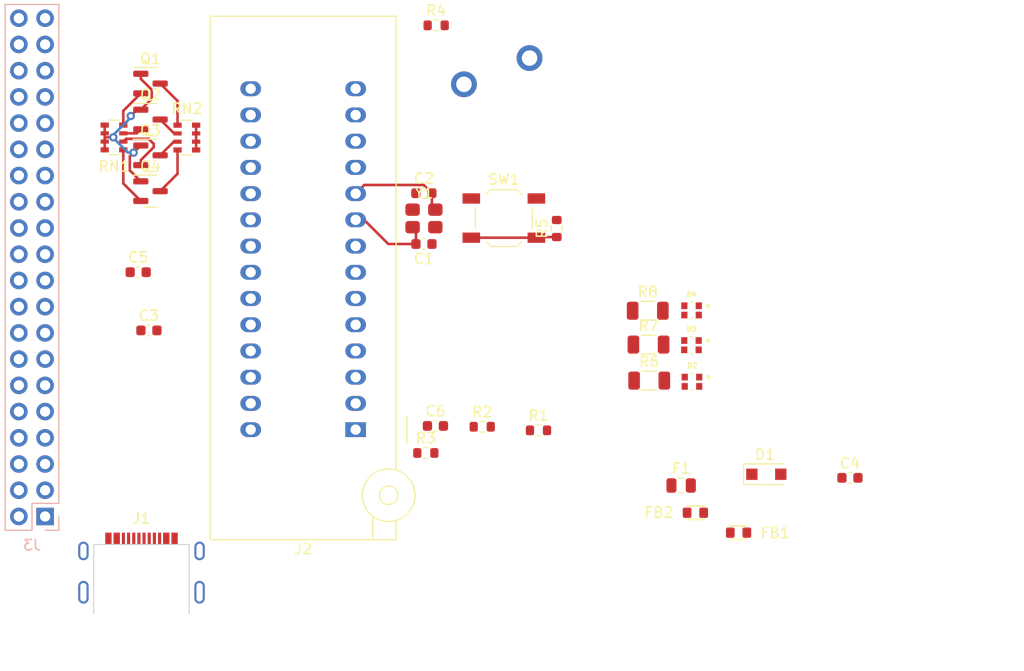
<source format=kicad_pcb>
(kicad_pcb (version 20211014) (generator pcbnew)
  (title_block (title "Flasherdasher ISP Programmer") (date "2021-12-26") (rev "1.0") (company "0xCB") (comment 1 "Conor Burns"))
  (layers (0 "F.Cu" signal) (31 "B.Cu" signal) (34 "B.Paste" user) (35 "F.Paste" user) (36 "B.SilkS" user "B.Silkscreen") (37 "F.SilkS" user "F.Silkscreen") (38 "B.Mask" user) (39 "F.Mask" user) (44 "Edge.Cuts" user))
  (net 0 "")
  (net 1 "GND")
  (net 2 "Net-(J2-Pad9)")
  (net 3 "Net-(C2-Pad2)")
  (net 4 "VCC")
  (net 5 "Net-(C4-Pad1)")
  (net 6 "FUSE-F")
  (net 7 "FUSE-P")
  (net 8 "FUSE-W")
  (net 9 "Net-(D2-Pad4)")
  (net 10 "FLSH-F")
  (net 11 "FLSH-P")
  (net 12 "FLSH-W")
  (net 13 "Net-(D3-Pad4)")
  (net 14 "SYS-F")
  (net 15 "SYS-P")
  (net 16 "SYS-W")
  (net 17 "Net-(D4-Pad4)")
  (net 18 "/VBUS")
  (net 19 "Net-(J1-PadS1)")
  (net 20 "Net-(J1-PadA5)")
  (net 24 "Net-(J1-PadB5)")
  (net 28 "RST")
  (net 43 "SCK")
  (net 45 "MISO")
  (net 47 "MOSI")
  (net 50 "+3V3")
  (net 51 "STDN")
  (net 53 "FLSH")
  (net 58 "MOSI-P")
  (net 59 "MISO-P")
  (net 60 "SCK-P")
  (net 67 "RST-P")
  (footprint "0xcb:molex2169900001" (layer "F.Cu") (at 96.54 177.77)
    (fp_text reference "J1" (at 0 -9.25) (layer "F.SilkS"))
    (fp_text value "USB_IN")
    (fp_line (start 4.615 -0.025) (end 4.615 -6.725) (layer "Edge.Cuts") (width 0.1))
    (fp_line (start -4.625 -0.025) (end -4.625 -6.725) (layer "Edge.Cuts") (width 0.1))
    (fp_line (start -4.625 -6.725) (end 4.615 -6.725) (layer "Edge.Cuts") (width 0.1))
    (pad "A1" smd rect (at -3.2 -7.3) (size 0.6 1.15) (layers "F.Cu" "F.Paste" "F.Mask") (net 1 "GND"))
    (pad "A4" smd rect (at -2.4 -7.3) (size 0.6 1.15) (layers "F.Cu" "F.Paste" "F.Mask") (net 18 "/VBUS"))
    (pad "A5" smd rect (at -1.25 -7.3) (size 0.3 1.15) (layers "F.Cu" "F.Paste" "F.Mask") (net 20 "Net-(J1-PadA5)"))
    (pad "A6" smd rect (at -0.25 -7.3) (size 0.3 1.15) (layers "F.Cu" "F.Paste" "F.Mask"))
    (pad "A7" smd rect (at 0.25 -7.3) (size 0.3 1.15) (layers "F.Cu" "F.Paste" "F.Mask"))
    (pad "A8" smd rect (at 1.25 -7.3) (size 0.3 1.15) (layers "F.Cu" "F.Paste" "F.Mask"))
    (pad "A9" smd rect (at 2.4 -7.3) (size 0.6 1.15) (layers "F.Cu" "F.Paste" "F.Mask") (net 18 "/VBUS"))
    (pad "A12" smd rect (at 3.2 -7.3) (size 0.6 1.15) (layers "F.Cu" "F.Paste" "F.Mask") (net 1 "GND"))
    (pad "B1" smd rect (at 3.2 -7.3) (size 0.6 1.15) (layers "F.Cu" "F.Paste" "F.Mask") (net 1 "GND"))
    (pad "B4" smd rect (at 2.4 -7.3) (size 0.6 1.15) (layers "F.Cu" "F.Paste" "F.Mask") (net 18 "/VBUS"))
    (pad "B5" smd rect (at 1.75 -7.3) (size 0.3 1.15) (layers "F.Cu" "F.Paste" "F.Mask") (net 24 "Net-(J1-PadB5)"))
    (pad "B6" smd rect (at 0.75 -7.3) (size 0.3 1.15) (layers "F.Cu" "F.Paste" "F.Mask"))
    (pad "B7" smd rect (at -0.75 -7.3) (size 0.3 1.15) (layers "F.Cu" "F.Paste" "F.Mask"))
    (pad "B8" smd rect (at -1.75 -7.3) (size 0.3 1.15) (layers "F.Cu" "F.Paste" "F.Mask"))
    (pad "B9" smd rect (at -2.4 -7.3) (size 0.6 1.15) (layers "F.Cu" "F.Paste" "F.Mask") (net 18 "/VBUS"))
    (pad "B12" smd rect (at -3.2 -7.3) (size 0.6 1.15) (layers "F.Cu" "F.Paste" "F.Mask") (net 1 "GND"))
    (pad "S1" thru_hole oval (at -5.62 -6.1) (size 1 1.8) (drill oval 0.6 1.4) (layers *.Cu *.Mask) (net 19 "Net-(J1-PadS1)"))
    (pad "S2" thru_hole oval (at 5.62 -6.1) (size 1 1.8) (drill oval 0.6 1.4) (layers *.Cu *.Mask))
    (pad "S3" thru_hole oval (at 5.62 -2.1) (size 1 2.2) (drill oval 0.6 1.8) (layers *.Cu *.Mask))
    (pad "S4" thru_hole oval (at -5.62 -2.1) (size 1 2.2) (drill oval 0.6 1.8) (layers *.Cu *.Mask))
  )
  (footprint "0xcb:Crystal_SMD_3225-4Pin_3.2x2.5mm" (layer "F.Cu") (at 123.88 139.46)
    (fp_text reference "Y1" (at 0 -2.45) (layer "F.SilkS"))
    (fp_text value "16MHz")
    (pad "1" smd roundrect (at -1.1 0.85) (size 1.4 1.2) (layers "F.Cu" "F.Paste" "F.Mask") (net 2 "Net-(J2-Pad9)"))
    (pad "2" smd roundrect (at 1.1 0.85) (size 1.4 1.2) (layers "F.Cu" "F.Paste" "F.Mask") (net 1 "GND"))
    (pad "3" smd roundrect (at 1.1 -0.85) (size 1.4 1.2) (layers "F.Cu" "F.Paste" "F.Mask") (net 3 "Net-(C2-Pad2)"))
    (pad "4" smd roundrect (at -1.1 -0.85) (size 1.4 1.2) (layers "F.Cu" "F.Paste" "F.Mask") (net 1 "GND"))
  )
  (footprint "Package_TO_SOT_SMD:SOT-23" (layer "F.Cu") (at 97.408928 129.88)
    (fp_text reference "Q2" (at 0 -2.4) (layer "F.SilkS"))
    (fp_text value "BSS138")
    (fp_line (start 0 -1.56) (end 0.65 -1.56) (layer "F.SilkS") (width 0.12))
    (fp_line (start 0 1.56) (end -0.65 1.56) (layer "F.SilkS") (width 0.12))
    (fp_line (start 0 -1.56) (end -1.675 -1.56) (layer "F.SilkS") (width 0.12))
    (fp_line (start 0 1.56) (end 0.65 1.56) (layer "F.SilkS") (width 0.12))
    (pad "1" smd roundrect locked (at -0.9375 -0.95) (size 1.475 0.6) (layers "F.Cu" "F.Paste" "F.Mask") (net 50 "+3V3"))
    (pad "2" smd roundrect locked (at -0.9375 0.95) (size 1.475 0.6) (layers "F.Cu" "F.Paste" "F.Mask") (net 60 "SCK-P"))
    (pad "3" smd roundrect locked (at 0.9375 0) (size 1.475 0.6) (layers "F.Cu" "F.Paste" "F.Mask") (net 43 "SCK"))
  )
  (footprint "Resistor_SMD:R_1206_3216Metric" (layer "F.Cu") (at 145.68 155.17)
    (fp_text reference "R6" (at 0 -1.82) (layer "F.SilkS"))
    (fp_text value "330")
    (fp_line (start -0.727064 0.91) (end 0.727064 0.91) (layer "F.SilkS") (width 0.12))
    (fp_line (start -0.727064 -0.91) (end 0.727064 -0.91) (layer "F.SilkS") (width 0.12))
    (pad "1" smd roundrect locked (at -1.4625 0) (size 1.125 1.75) (layers "F.Cu" "F.Paste" "F.Mask") (roundrect_rratio 0.222222) (net 9 "Net-(D2-Pad4)"))
    (pad "2" smd roundrect locked (at 1.4625 0) (size 1.125 1.75) (layers "F.Cu" "F.Paste" "F.Mask") (roundrect_rratio 0.222222) (net 50 "+3V3"))
  )
  (footprint "Resistor_SMD:R_1206_3216Metric" (layer "F.Cu") (at 145.54 148.4)
    (fp_text reference "R8" (at 0 -1.82) (layer "F.SilkS"))
    (fp_text value "330")
    (fp_line (start -0.727064 -0.91) (end 0.727064 -0.91) (layer "F.SilkS") (width 0.12))
    (fp_line (start -0.727064 0.91) (end 0.727064 0.91) (layer "F.SilkS") (width 0.12))
    (pad "1" smd roundrect locked (at -1.4625 0) (size 1.125 1.75) (layers "F.Cu" "F.Paste" "F.Mask") (roundrect_rratio 0.222222) (net 17 "Net-(D4-Pad4)"))
    (pad "2" smd roundrect locked (at 1.4625 0) (size 1.125 1.75) (layers "F.Cu" "F.Paste" "F.Mask") (roundrect_rratio 0.222222) (net 50 "+3V3"))
  )
  (footprint "Capacitor_SMD:C_0603_1608Metric" (layer "F.Cu") (at 97.26 150.31)
    (fp_text reference "C3" (at 0 -1.43) (layer "F.SilkS"))
    (fp_text value "100n")
    (fp_line (start -0.14058 -0.51) (end 0.14058 -0.51) (layer "F.SilkS") (width 0.12))
    (fp_line (start -0.14058 0.51) (end 0.14058 0.51) (layer "F.SilkS") (width 0.12))
    (pad "1" smd roundrect locked (at -0.775 0) (size 0.9 0.95) (layers "F.Cu" "F.Paste" "F.Mask") (net 1 "GND"))
    (pad "2" smd roundrect locked (at 0.775 0) (size 0.9 0.95) (layers "F.Cu" "F.Paste" "F.Mask") (net 4 "VCC"))
  )
  (footprint "0xcb:Fuse_0805_2012Metric" (layer "F.Cu") (at 148.77 165.33)
    (fp_text reference "F1" (at 0 -1.65) (layer "F.SilkS"))
    (fp_text value "3A")
    (fp_line (start -0.258578 -0.71) (end 0.258578 -0.71) (layer "F.SilkS") (width 0.12))
    (fp_line (start -0.258578 0.71) (end 0.258578 0.71) (layer "F.SilkS") (width 0.12))
    (pad "1" smd roundrect (at -0.9375 0) (size 0.975 1.4) (layers "F.Cu" "F.Paste" "F.Mask") (net 18 "/VBUS"))
    (pad "2" smd roundrect (at 0.9375 0) (size 0.975 1.4) (layers "F.Cu" "F.Paste" "F.Mask") (net 5 "Net-(C4-Pad1)"))
  )
  (footprint "Button_Switch_SMD:SW_SPST_TL3342" (layer "F.Cu") (at 131.61 139.43)
    (fp_text reference "SW1" (at 0 -3.75) (layer "F.SilkS"))
    (fp_text value "SW_Push")
    (fp_line (start -2.75 -1) (end -2.75 1) (layer "F.SilkS") (width 0.12))
    (fp_line (start -1.7 2.3) (end -1.25 2.75) (layer "F.SilkS") (width 0.12))
    (fp_line (start 1.7 2.3) (end 1.25 2.75) (layer "F.SilkS") (width 0.12))
    (fp_line (start 2.75 -1) (end 2.75 1) (layer "F.SilkS") (width 0.12))
    (fp_line (start -1.25 -2.75) (end 1.25 -2.75) (layer "F.SilkS") (width 0.12))
    (fp_line (start -1.25 2.75) (end 1.25 2.75) (layer "F.SilkS") (width 0.12))
    (fp_line (start 1.7 -2.3) (end 1.25 -2.75) (layer "F.SilkS") (width 0.12))
    (fp_line (start -1.7 -2.3) (end -1.25 -2.75) (layer "F.SilkS") (width 0.12))
    (pad "1" smd rect locked (at 3.15 -1.9) (size 1.7 1) (layers "F.Cu" "F.Paste" "F.Mask") (net 1 "GND"))
    (pad "1" smd rect locked (at -3.15 -1.9) (size 1.7 1) (layers "F.Cu" "F.Paste" "F.Mask") (net 1 "GND"))
    (pad "2" smd rect locked (at -3.15 1.9) (size 1.7 1) (layers "F.Cu" "F.Paste" "F.Mask") (net 51 "STDN"))
    (pad "2" smd rect locked (at 3.15 1.9) (size 1.7 1) (layers "F.Cu" "F.Paste" "F.Mask") (net 51 "STDN"))
  )
  (footprint "0xcb:Ferrite_Bead_0603" (layer "F.Cu") (at 150.15 167.97 180)
    (fp_text reference "FB2" (at 3.542 0.028) (layer "F.SilkS"))
    (fp_text value "600R" hide)
    (fp_line (start -0.9 0.65) (end 0.8 0.65) (layer "F.SilkS") (width 0.15))
    (fp_line (start -0.9 -0.65) (end 0.8 -0.65) (layer "F.SilkS") (width 0.15))
    (pad "1" smd roundrect (at -0.8 0 180) (size 0.85 1) (layers "F.Cu" "F.Paste" "F.Mask") (roundrect_rratio 0.2) (net 5 "Net-(C4-Pad1)"))
    (pad "2" smd roundrect (at 0.8 0 180) (size 0.85 1) (layers "F.Cu" "F.Paste" "F.Mask") (roundrect_rratio 0.2) (net 4 "VCC"))
  )
  (footprint "Package_TO_SOT_SMD:SOT-23" (layer "F.Cu") (at 97.408928 133.35)
    (fp_text reference "Q3" (at 0 -2.4) (layer "F.SilkS"))
    (fp_text value "BSS138")
    (fp_line (start 0 1.56) (end 0.65 1.56) (layer "F.SilkS") (width 0.12))
    (fp_line (start 0 -1.56) (end 0.65 -1.56) (layer "F.SilkS") (width 0.12))
    (fp_line (start 0 1.56) (end -0.65 1.56) (layer "F.SilkS") (width 0.12))
    (fp_line (start 0 -1.56) (end -1.675 -1.56) (layer "F.SilkS") (width 0.12))
    (pad "1" smd roundrect locked (at -0.9375 -0.95) (size 1.475 0.6) (layers "F.Cu" "F.Paste" "F.Mask") (net 50 "+3V3"))
    (pad "2" smd roundrect locked (at -0.9375 0.95) (size 1.475 0.6) (layers "F.Cu" "F.Paste" "F.Mask") (net 59 "MISO-P"))
    (pad "3" smd roundrect locked (at 0.9375 0) (size 1.475 0.6) (layers "F.Cu" "F.Paste" "F.Mask") (net 45 "MISO"))
  )
  (footprint "0xcb:LED_EAST1616RGBA3" (layer "F.Cu") (at 149.78 148.37)
    (fp_text reference "D4" (at 0.024 -1.5548) (layer "F.SilkS") (effects (font (size 0.48 0.48))))
    (fp_text value "LED_RGBA")
    (fp_line (start -0.08 -0.8) (end 0.08 -0.8) (layer "F.SilkS") (width 0.127))
    (fp_line (start 0.08 0.8) (end -0.08 0.8) (layer "F.SilkS") (width 0.127))
    (fp_circle (center 1.6 -0.45) (end 1.7 -0.45) (layer "F.SilkS") (width 0.2) (fill none))
    (pad "1" smd rect locked (at 0.7 -0.45) (size 0.6 0.65) (layers "F.Cu" "F.Paste" "F.Mask") (net 14 "SYS-F"))
    (pad "2" smd rect locked (at -0.7 -0.45) (size 0.6 0.65) (layers "F.Cu" "F.Paste" "F.Mask") (net 15 "SYS-P"))
    (pad "3" smd rect locked (at 0.7 0.45) (size 0.6 0.65) (layers "F.Cu" "F.Paste" "F.Mask") (net 16 "SYS-W"))
    (pad "4" smd rect locked (at -0.7 0.45) (size 0.6 0.65) (layers "F.Cu" "F.Paste" "F.Mask") (net 17 "Net-(D4-Pad4)"))
  )
  (footprint "Diode_SMD:D_SOD-123F" (layer "F.Cu") (at 157.0175 164.24)
    (fp_text reference "D1" (at -0.127 -1.905) (layer "F.SilkS"))
    (fp_text value "SMF5.0CA")
    (fp_line (start -2.2 -1) (end 1.65 -1) (layer "F.SilkS") (width 0.12))
    (fp_line (start -2.2 1) (end 1.65 1) (layer "F.SilkS") (width 0.12))
    (fp_line (start -2.2 -1) (end -2.2 1) (layer "F.SilkS") (width 0.12))
    (pad "1" smd rect locked (at -1.4 0) (size 1.1 1.1) (layers "F.Cu" "F.Paste" "F.Mask") (net 1 "GND"))
    (pad "2" smd rect locked (at 1.4 0) (size 1.1 1.1) (layers "F.Cu" "F.Paste" "F.Mask") (net 5 "Net-(C4-Pad1)"))
  )
  (footprint "0xcb:LED_EAST1616RGBA3" (layer "F.Cu") (at 149.82 155.28)
    (fp_text reference "D2" (at 0.024 -1.5548) (layer "F.SilkS") (effects (font (size 0.48 0.48))))
    (fp_text value "LED_RGBA")
    (fp_line (start -0.08 -0.8) (end 0.08 -0.8) (layer "F.SilkS") (width 0.127))
    (fp_line (start 0.08 0.8) (end -0.08 0.8) (layer "F.SilkS") (width 0.127))
    (fp_circle (center 1.6 -0.45) (end 1.7 -0.45) (layer "F.SilkS") (width 0.2) (fill none))
    (pad "1" smd rect locked (at 0.7 -0.45) (size 0.6 0.65) (layers "F.Cu" "F.Paste" "F.Mask") (net 6 "FUSE-F"))
    (pad "2" smd rect locked (at -0.7 -0.45) (size 0.6 0.65) (layers "F.Cu" "F.Paste" "F.Mask") (net 7 "FUSE-P"))
    (pad "3" smd rect locked (at 0.7 0.45) (size 0.6 0.65) (layers "F.Cu" "F.Paste" "F.Mask") (net 8 "FUSE-W"))
    (pad "4" smd rect locked (at -0.7 0.45) (size 0.6 0.65) (layers "F.Cu" "F.Paste" "F.Mask") (net 9 "Net-(D2-Pad4)"))
  )
  (footprint "Resistor_SMD:R_0603_1608Metric" (layer "F.Cu") (at 125.06 120.76)
    (fp_text reference "R4" (at 0 -1.43) (layer "F.SilkS"))
    (fp_text value "10k")
    (fp_line (start -0.237258 0.5225) (end 0.237258 0.5225) (layer "F.SilkS") (width 0.12))
    (fp_line (start -0.237258 -0.5225) (end 0.237258 -0.5225) (layer "F.SilkS") (width 0.12))
    (pad "1" smd roundrect locked (at -0.825 0) (size 0.8 0.95) (layers "F.Cu" "F.Paste" "F.Mask") (net 53 "FLSH"))
    (pad "2" smd roundrect locked (at 0.825 0) (size 0.8 0.95) (layers "F.Cu" "F.Paste" "F.Mask") (net 50 "+3V3"))
  )
  (footprint "0xcb:LED_EAST1616RGBA3" (layer "F.Cu") (at 149.77 151.74)
    (fp_text reference "D3" (at 0.024 -1.5548) (layer "F.SilkS") (effects (font (size 0.48 0.48))))
    (fp_text value "LED_RGBA")
    (fp_line (start 0.08 0.8) (end -0.08 0.8) (layer "F.SilkS") (width 0.127))
    (fp_line (start -0.08 -0.8) (end 0.08 -0.8) (layer "F.SilkS") (width 0.127))
    (fp_circle (center 1.6 -0.45) (end 1.7 -0.45) (layer "F.SilkS") (width 0.2) (fill none))
    (pad "1" smd rect locked (at 0.7 -0.45) (size 0.6 0.65) (layers "F.Cu" "F.Paste" "F.Mask") (net 10 "FLSH-F"))
    (pad "2" smd rect locked (at -0.7 -0.45) (size 0.6 0.65) (layers "F.Cu" "F.Paste" "F.Mask") (net 11 "FLSH-P"))
    (pad "3" smd rect locked (at 0.7 0.45) (size 0.6 0.65) (layers "F.Cu" "F.Paste" "F.Mask") (net 12 "FLSH-W"))
    (pad "4" smd rect locked (at -0.7 0.45) (size 0.6 0.65) (layers "F.Cu" "F.Paste" "F.Mask") (net 13 "Net-(D3-Pad4)"))
  )
  (footprint "Capacitor_SMD:C_0603_1608Metric" (layer "F.Cu") (at 165.11 164.59)
    (fp_text reference "C4" (at 0 -1.43) (layer "F.SilkS"))
    (fp_text value "10u")
    (fp_line (start -0.14058 -0.51) (end 0.14058 -0.51) (layer "F.SilkS") (width 0.12))
    (fp_line (start -0.14058 0.51) (end 0.14058 0.51) (layer "F.SilkS") (width 0.12))
    (pad "1" smd roundrect locked (at -0.775 0) (size 0.9 0.95) (layers "F.Cu" "F.Paste" "F.Mask") (net 5 "Net-(C4-Pad1)"))
    (pad "2" smd roundrect locked (at 0.775 0) (size 0.9 0.95) (layers "F.Cu" "F.Paste" "F.Mask") (net 1 "GND"))
  )
  (footprint "Resistor_SMD:R_0603_1608Metric" (layer "F.Cu") (at 129.52 159.64)
    (fp_text reference "R2" (at 0 -1.43) (layer "F.SilkS"))
    (fp_text value "5.1k")
    (fp_line (start -0.237258 0.5225) (end 0.237258 0.5225) (layer "F.SilkS") (width 0.12))
    (fp_line (start -0.237258 -0.5225) (end 0.237258 -0.5225) (layer "F.SilkS") (width 0.12))
    (pad "1" smd roundrect locked (at -0.825 0) (size 0.8 0.95) (layers "F.Cu" "F.Paste" "F.Mask") (net 1 "GND"))
    (pad "2" smd roundrect locked (at 0.825 0) (size 0.8 0.95) (layers "F.Cu" "F.Paste" "F.Mask") (net 24 "Net-(J1-PadB5)"))
  )
  (footprint "Capacitor_SMD:C_0603_1608Metric" (layer "F.Cu") (at 124.99 159.56)
    (fp_text reference "C6" (at 0 -1.43) (layer "F.SilkS"))
    (fp_text value "1u")
    (fp_line (start -0.14058 -0.51) (end 0.14058 -0.51) (layer "F.SilkS") (width 0.12))
    (fp_line (start -0.14058 0.51) (end 0.14058 0.51) (layer "F.SilkS") (width 0.12))
    (pad "1" smd roundrect locked (at -0.775 0) (size 0.9 0.95) (layers "F.Cu" "F.Paste" "F.Mask") (net 4 "VCC"))
    (pad "2" smd roundrect locked (at 0.775 0) (size 0.9 0.95) (layers "F.Cu" "F.Paste" "F.Mask") (net 1 "GND"))
  )
  (footprint "0xcb:SW_Cherry_MX_PCB_1.00u" (layer "F.Cu") (at 131.56 129.01)
    (fp_text reference "MX1")
    (fp_text value "MX")
    (pad "" np_thru_hole circle (at -5.08 0) (size 1.75 1.75) (drill 1.75) (layers *.Cu *.Mask))
    (pad "" np_thru_hole circle (at 5.08 0) (size 1.75 1.75) (drill 1.75) (layers *.Cu *.Mask))
    (pad "" np_thru_hole circle (at 0 0) (size 4 4) (drill 4) (layers *.Cu *.Mask))
    (pad "1" thru_hole circle (at -3.81 -2.54) (size 2.5 2.5) (drill 1.5) (layers *.Cu *.Mask) (net 53 "FLSH"))
    (pad "2" thru_hole circle (at 2.54 -5.08) (size 2.5 2.5) (drill 1.5) (layers *.Cu *.Mask) (net 1 "GND"))
  )
  (footprint "Capacitor_SMD:C_0603_1608Metric" (layer "F.Cu") (at 123.88 141.94 180)
    (fp_text reference "C1" (at 0 -1.43) (layer "F.SilkS"))
    (fp_text value "22p")
    (fp_line (start -0.14058 -0.51) (end 0.14058 -0.51) (layer "F.SilkS") (width 0.12))
    (fp_line (start -0.14058 0.51) (end 0.14058 0.51) (layer "F.SilkS") (width 0.12))
    (pad "1" smd roundrect locked (at -0.775 0 180) (size 0.9 0.95) (layers "F.Cu" "F.Paste" "F.Mask") (net 1 "GND"))
    (pad "2" smd roundrect locked (at 0.775 0 180) (size 0.9 0.95) (layers "F.Cu" "F.Paste" "F.Mask") (net 2 "Net-(J2-Pad9)"))
  )
  (footprint "Resistor_SMD:R_Array_Convex_4x0603" (layer "F.Cu") (at 100.928928 131.63)
    (fp_text reference "RN2" (at 0 -2.8) (layer "F.SilkS"))
    (fp_text value "10k")
    (fp_line (start 0.5 -1.68) (end -0.5 -1.68) (layer "F.SilkS") (width 0.12))
    (fp_line (start 0.5 1.68) (end -0.5 1.68) (layer "F.SilkS") (width 0.12))
    (pad "1" smd rect locked (at -0.9 -1.2) (size 0.8 0.5) (layers "F.Cu" "F.Paste" "F.Mask") (net 28 "RST"))
    (pad "2" smd rect locked (at -0.9 -0.4) (size 0.8 0.4) (layers "F.Cu" "F.Paste" "F.Mask") (net 43 "SCK"))
    (pad "3" smd rect locked (at -0.9 0.4) (size 0.8 0.4) (layers "F.Cu" "F.Paste" "F.Mask") (net 45 "MISO"))
    (pad "4" smd rect locked (at -0.9 1.2) (size 0.8 0.5) (layers "F.Cu" "F.Paste" "F.Mask") (net 47 "MOSI"))
    (pad "5" smd rect locked (at 0.9 1.2) (size 0.8 0.5) (layers "F.Cu" "F.Paste" "F.Mask") (net 4 "VCC"))
    (pad "6" smd rect locked (at 0.9 0.4) (size 0.8 0.4) (layers "F.Cu" "F.Paste" "F.Mask") (net 4 "VCC"))
    (pad "7" smd rect locked (at 0.9 -0.4) (size 0.8 0.4) (layers "F.Cu" "F.Paste" "F.Mask") (net 4 "VCC"))
    (pad "8" smd rect locked (at 0.9 -1.2) (size 0.8 0.5) (layers "F.Cu" "F.Paste" "F.Mask") (net 4 "VCC"))
  )
  (footprint "Capacitor_SMD:C_0603_1608Metric" (layer "F.Cu") (at 96.22 144.67)
    (fp_text reference "C5" (at 0 -1.43) (layer "F.SilkS"))
    (fp_text value "100n")
    (fp_line (start -0.14058 -0.51) (end 0.14058 -0.51) (layer "F.SilkS") (width 0.12))
    (fp_line (start -0.14058 0.51) (end 0.14058 0.51) (layer "F.SilkS") (width 0.12))
    (pad "1" smd roundrect locked (at -0.775 0) (size 0.9 0.95) (layers "F.Cu" "F.Paste" "F.Mask") (net 4 "VCC"))
    (pad "2" smd roundrect locked (at 0.775 0) (size 0.9 0.95) (layers "F.Cu" "F.Paste" "F.Mask") (net 1 "GND"))
  )
  (footprint "Resistor_SMD:R_Array_Convex_4x0603" (layer "F.Cu") (at 93.878928 131.62 180)
    (fp_text reference "RN1" (at 0 -2.8) (layer "F.SilkS"))
    (fp_text value "10k")
    (fp_line (start 0.5 -1.68) (end -0.5 -1.68) (layer "F.SilkS") (width 0.12))
    (fp_line (start 0.5 1.68) (end -0.5 1.68) (layer "F.SilkS") (width 0.12))
    (pad "1" smd rect locked (at -0.9 -1.2 180) (size 0.8 0.5) (layers "F.Cu" "F.Paste" "F.Mask") (net 58 "MOSI-P"))
    (pad "2" smd rect locked (at -0.9 -0.4 180) (size 0.8 0.4) (layers "F.Cu" "F.Paste" "F.Mask") (net 59 "MISO-P"))
    (pad "3" smd rect locked (at -0.9 0.4 180) (size 0.8 0.4) (layers "F.Cu" "F.Paste" "F.Mask") (net 60 "SCK-P"))
    (pad "4" smd rect locked (at -0.9 1.2 180) (size 0.8 0.5) (layers "F.Cu" "F.Paste" "F.Mask") (net 67 "RST-P"))
    (pad "5" smd rect locked (at 0.9 1.2 180) (size 0.8 0.5) (layers "F.Cu" "F.Paste" "F.Mask") (net 50 "+3V3"))
    (pad "6" smd rect locked (at 0.9 0.4 180) (size 0.8 0.4) (layers "F.Cu" "F.Paste" "F.Mask") (net 50 "+3V3"))
    (pad "7" smd rect locked (at 0.9 -0.4 180) (size 0.8 0.4) (layers "F.Cu" "F.Paste" "F.Mask") (net 50 "+3V3"))
    (pad "8" smd rect locked (at 0.9 -1.2 180) (size 0.8 0.5) (layers "F.Cu" "F.Paste" "F.Mask") (net 50 "+3V3"))
  )
  (footprint "Resistor_SMD:R_0603_1608Metric" (layer "F.Cu") (at 136.73 140.44 90)
    (fp_text reference "R5" (at 0 -1.43 90) (layer "F.SilkS"))
    (fp_text value "10k")
    (fp_line (start -0.237258 0.5225) (end 0.237258 0.5225) (layer "F.SilkS") (width 0.12))
    (fp_line (start -0.237258 -0.5225) (end 0.237258 -0.5225) (layer "F.SilkS") (width 0.12))
    (pad "1" smd roundrect locked (at -0.825 0 90) (size 0.8 0.95) (layers "F.Cu" "F.Paste" "F.Mask") (net 51 "STDN"))
    (pad "2" smd roundrect locked (at 0.825 0 90) (size 0.8 0.95) (layers "F.Cu" "F.Paste" "F.Mask") (net 50 "+3V3"))
  )
  (footprint "0xcb:Ferrite_Bead_0603" (layer "F.Cu") (at 154.33 169.9)
    (fp_text reference "FB1" (at 3.542 0.028) (layer "F.SilkS"))
    (fp_text value "600R" hide)
    (fp_line (start -0.9 0.65) (end 0.8 0.65) (layer "F.SilkS") (width 0.15))
    (fp_line (start -0.9 -0.65) (end 0.8 -0.65) (layer "F.SilkS") (width 0.15))
    (pad "1" smd roundrect (at -0.8 0) (size 0.85 1) (layers "F.Cu" "F.Paste" "F.Mask") (roundrect_rratio 0.2) (net 1 "GND"))
    (pad "2" smd roundrect (at 0.8 0) (size 0.85 1) (layers "F.Cu" "F.Paste" "F.Mask") (roundrect_rratio 0.2) (net 19 "Net-(J1-PadS1)"))
  )
  (footprint "Resistor_SMD:R_0603_1608Metric" (layer "F.Cu") (at 124.06 162.18)
    (fp_text reference "R3" (at 0 -1.43) (layer "F.SilkS"))
    (fp_text value "10k")
    (fp_line (start -0.237258 0.5225) (end 0.237258 0.5225) (layer "F.SilkS") (width 0.12))
    (fp_line (start -0.237258 -0.5225) (end 0.237258 -0.5225) (layer "F.SilkS") (width 0.12))
    (pad "1" smd roundrect locked (at -0.825 0) (size 0.8 0.95) (layers "F.Cu" "F.Paste" "F.Mask") (net 4 "VCC"))
    (pad "2" smd roundrect locked (at 0.825 0) (size 0.8 0.95) (layers "F.Cu" "F.Paste" "F.Mask") (net 28 "RST"))
  )
  (footprint "Resistor_SMD:R_1206_3216Metric" (layer "F.Cu") (at 145.6125 151.68)
    (fp_text reference "R7" (at 0 -1.82) (layer "F.SilkS"))
    (fp_text value "330")
    (fp_line (start -0.727064 -0.91) (end 0.727064 -0.91) (layer "F.SilkS") (width 0.12))
    (fp_line (start -0.727064 0.91) (end 0.727064 0.91) (layer "F.SilkS") (width 0.12))
    (pad "1" smd roundrect locked (at -1.4625 0) (size 1.125 1.75) (layers "F.Cu" "F.Paste" "F.Mask") (roundrect_rratio 0.222222) (net 13 "Net-(D3-Pad4)"))
    (pad "2" smd roundrect locked (at 1.4625 0) (size 1.125 1.75) (layers "F.Cu" "F.Paste" "F.Mask") (roundrect_rratio 0.222222) (net 50 "+3V3"))
  )
  (footprint "Socket:DIP_Socket-28_W6.9_W7.62_W10.16_W12.7_W13.5_3M_228-4817-00-0602J" (layer "F.Cu") (at 117.2675 159.92 180)
    (fp_text reference "J2" (at 5.08 -11.56) (layer "F.SilkS"))
    (fp_text value "Conn_02x14_Counter_Clockwise")
    (fp_line (start 14.08 40.04) (end 14.08 -10.66) (layer "F.SilkS") (width 0.12))
    (fp_line (start -4.95 1.27) (end -4.95 -1.27) (layer "F.SilkS") (width 0.12))
    (fp_line (start -1.65 -10.66) (end -1.65 -8.4) (layer "F.SilkS") (width 0.12))
    (fp_line (start -3.92 -10.66) (end -3.92 -8.8) (layer "F.SilkS") (width 0.12))
    (fp_line (start 14.08 -10.66) (end -3.92 -10.66) (layer "F.SilkS") (width 0.12))
    (fp_line (start -3.92 40.04) (end 14.08 40.04) (layer "F.SilkS") (width 0.12))
    (fp_line (start -3.92 -3.9) (end -3.92 40.04) (layer "F.SilkS") (width 0.12))
    (fp_circle (center -3.2 -6.35) (end -0.65 -6.35) (layer "F.SilkS") (width 0.12) (fill none))
    (fp_circle (center -3.2 -6.35) (end -2.3 -6.35) (layer "F.SilkS") (width 0.12) (fill none))
    (pad "1" thru_hole rect locked (at 0 0 180) (size 2 1.44) (drill 1) (layers *.Cu *.Mask) (net 28 "RST"))
    (pad "2" thru_hole oval locked (at 0 2.54 180) (size 2 1.44) (drill 1) (layers *.Cu *.Mask))
    (pad "3" thru_hole oval locked (at 0 5.08 180) (size 2 1.44) (drill 1) (layers *.Cu *.Mask))
    (pad "4" thru_hole oval locked (at 0 7.62 180) (size 2 1.44) (drill 1) (layers *.Cu *.Mask))
    (pad "5" thru_hole oval locked (at 0 10.16 180) (size 2 1.44) (drill 1) (layers *.Cu *.Mask))
    (pad "6" thru_hole oval locked (at 0 12.7 180) (size 2 1.44) (drill 1) (layers *.Cu *.Mask))
    (pad "7" thru_hole oval locked (at 0 15.24 180) (size 2 1.44) (drill 1) (layers *.Cu *.Mask) (net 4 "VCC"))
    (pad "8" thru_hole oval locked (at 0 17.78 180) (size 2 1.44) (drill 1) (layers *.Cu *.Mask) (net 1 "GND"))
    (pad "9" thru_hole oval locked (at 0 20.32 180) (size 2 1.44) (drill 1) (layers *.Cu *.Mask) (net 2 "Net-(J2-Pad9)"))
    (pad "10" thru_hole oval locked (at 0 22.86 180) (size 2 1.44) (drill 1) (layers *.Cu *.Mask) (net 3 "Net-(C2-Pad2)"))
    (pad "11" thru_hole oval locked (at 0 25.4 180) (size 2 1.44) (drill 1) (layers *.Cu *.Mask))
    (pad "12" thru_hole oval locked (at 0 27.94 180) (size 2 1.44) (drill 1) (layers *.Cu *.Mask))
    (pad "13" thru_hole oval locked (at 0 30.48 180) (size 2 1.44) (drill 1) (layers *.Cu *.Mask))
    (pad "14" thru_hole oval locked (at 0 33.02 180) (size 2 1.44) (drill 1) (layers *.Cu *.Mask))
    (pad "15" thru_hole oval locked (at 10.16 33.02 180) (size 2 1.44) (drill 1) (layers *.Cu *.Mask))
    (pad "16" thru_hole oval locked (at 10.16 30.48 180) (size 2 1.44) (drill 1) (layers *.Cu *.Mask) (net 47 "MOSI"))
    (pad "17" thru_hole oval locked (at 10.16 27.94 180) (size 2 1.44) (drill 1) (layers *.Cu *.Mask) (net 45 "MISO"))
    (pad "18" thru_hole oval locked (at 10.16 25.4 180) (size 2 1.44) (drill 1) (layers *.Cu *.Mask) (net 43 "SCK"))
    (pad "19" thru_hole oval locked (at 10.16 22.86 180) (size 2 1.44) (drill 1) (layers *.Cu *.Mask))
    (pad "20" thru_hole oval locked (at 10.16 20.32 180) (size 2 1.44) (drill 1) (layers *.Cu *.Mask) (net 4 "VCC"))
    (pad "21" thru_hole oval locked (at 10.16 17.78 180) (size 2 1.44) (drill 1) (layers *.Cu *.Mask))
    (pad "22" thru_hole oval locked (at 10.16 15.24 180) (size 2 1.44) (drill 1) (layers *.Cu *.Mask) (net 1 "GND"))
    (pad "23" thru_hole oval locked (at 10.16 12.7 180) (size 2 1.44) (drill 1) (layers *.Cu *.Mask))
    (pad "24" thru_hole oval locked (at 10.16 10.16 180) (size 2 1.44) (drill 1) (layers *.Cu *.Mask))
    (pad "25" thru_hole oval locked (at 10.16 7.62 180) (size 2 1.44) (drill 1) (layers *.Cu *.Mask))
    (pad "26" thru_hole oval locked (at 10.16 5.08 180) (size 2 1.44) (drill 1) (layers *.Cu *.Mask))
    (pad "27" thru_hole oval locked (at 10.16 2.54 180) (size 2 1.44) (drill 1) (layers *.Cu *.Mask))
    (pad "28" thru_hole oval locked (at 10.16 0 180) (size 2 1.44) (drill 1) (layers *.Cu *.Mask))
  )
  (footprint "Capacitor_SMD:C_0603_1608Metric" (layer "F.Cu") (at 123.87 137.02)
    (fp_text reference "C2" (at 0 -1.43) (layer "F.SilkS"))
    (fp_text value "22p")
    (fp_line (start -0.14058 0.51) (end 0.14058 0.51) (layer "F.SilkS") (width 0.12))
    (fp_line (start -0.14058 -0.51) (end 0.14058 -0.51) (layer "F.SilkS") (width 0.12))
    (pad "1" smd roundrect locked (at -0.775 0) (size 0.9 0.95) (layers "F.Cu" "F.Paste" "F.Mask") (net 1 "GND"))
    (pad "2" smd roundrect locked (at 0.775 0) (size 0.9 0.95) (layers "F.Cu" "F.Paste" "F.Mask") (net 3 "Net-(C2-Pad2)"))
  )
  (footprint "Package_TO_SOT_SMD:SOT-23" (layer "F.Cu") (at 97.408928 126.4)
    (fp_text reference "Q1" (at 0 -2.4) (layer "F.SilkS"))
    (fp_text value "BSS138")
    (fp_line (start 0 -1.56) (end 0.65 -1.56) (layer "F.SilkS") (width 0.12))
    (fp_line (start 0 1.56) (end 0.65 1.56) (layer "F.SilkS") (width 0.12))
    (fp_line (start 0 1.56) (end -0.65 1.56) (layer "F.SilkS") (width 0.12))
    (fp_line (start 0 -1.56) (end -1.675 -1.56) (layer "F.SilkS") (width 0.12))
    (pad "1" smd roundrect locked (at -0.9375 -0.95) (size 1.475 0.6) (layers "F.Cu" "F.Paste" "F.Mask") (net 50 "+3V3"))
    (pad "2" smd roundrect locked (at -0.9375 0.95) (size 1.475 0.6) (layers "F.Cu" "F.Paste" "F.Mask") (net 67 "RST-P"))
    (pad "3" smd roundrect locked (at 0.9375 0) (size 1.475 0.6) (layers "F.Cu" "F.Paste" "F.Mask") (net 28 "RST"))
  )
  (footprint "Package_TO_SOT_SMD:SOT-23" (layer "F.Cu") (at 97.408928 136.82)
    (fp_text reference "Q4" (at 0 -2.4) (layer "F.SilkS"))
    (fp_text value "BSS138")
    (fp_line (start 0 1.56) (end 0.65 1.56) (layer "F.SilkS") (width 0.12))
    (fp_line (start 0 -1.56) (end -1.675 -1.56) (layer "F.SilkS") (width 0.12))
    (fp_line (start 0 1.56) (end -0.65 1.56) (layer "F.SilkS") (width 0.12))
    (fp_line (start 0 -1.56) (end 0.65 -1.56) (layer "F.SilkS") (width 0.12))
    (pad "1" smd roundrect locked (at -0.9375 -0.95) (size 1.475 0.6) (layers "F.Cu" "F.Paste" "F.Mask") (net 50 "+3V3"))
    (pad "2" smd roundrect locked (at -0.9375 0.95) (size 1.475 0.6) (layers "F.Cu" "F.Paste" "F.Mask") (net 58 "MOSI-P"))
    (pad "3" smd roundrect locked (at 0.9375 0) (size 1.475 0.6) (layers "F.Cu" "F.Paste" "F.Mask") (net 47 "MOSI"))
  )
  (footprint "Resistor_SMD:R_0603_1608Metric" (layer "F.Cu") (at 134.965 159.99)
    (fp_text reference "R1" (at 0 -1.43) (layer "F.SilkS"))
    (fp_text value "5.1k")
    (fp_line (start -0.237258 0.5225) (end 0.237258 0.5225) (layer "F.SilkS") (width 0.12))
    (fp_line (start -0.237258 -0.5225) (end 0.237258 -0.5225) (layer "F.SilkS") (width 0.12))
    (pad "1" smd roundrect locked (at -0.825 0) (size 0.8 0.95) (layers "F.Cu" "F.Paste" "F.Mask") (net 20 "Net-(J1-PadA5)"))
    (pad "2" smd roundrect locked (at 0.825 0) (size 0.8 0.95) (layers "F.Cu" "F.Paste" "F.Mask") (net 1 "GND"))
  )
  (footprint "Connector_PinSocket_2.54mm:PinSocket_2x20_P2.54mm_Vertical" (layer "B.Cu") (at 87.21 168.33)
    (fp_text reference "J3" (at -1.27 2.77) (layer "B.SilkS") (effects (justify mirror)))
    (fp_text value "Raspberry_Pi_2_3")
    (fp_line (start 1.33 -1.27) (end 1.33 -49.59) (layer "B.SilkS") (width 0.12))
    (fp_line (start -1.27 -1.27) (end 1.33 -1.27) (layer "B.SilkS") (width 0.12))
    (fp_line (start -3.87 -49.59) (end 1.33 -49.59) (layer "B.SilkS") (width 0.12))
    (fp_line (start -3.87 1.33) (end -3.87 -49.59) (layer "B.SilkS") (width 0.12))
    (fp_line (start 1.33 1.33) (end 1.33 0) (layer "B.SilkS") (width 0.12))
    (fp_line (start 0 1.33) (end 1.33 1.33) (layer "B.SilkS") (width 0.12))
    (fp_line (start -1.27 1.33) (end -1.27 -1.27) (layer "B.SilkS") (width 0.12))
    (fp_line (start -3.87 1.33) (end -1.27 1.33) (layer "B.SilkS") (width 0.12))
    (pad "1" thru_hole rect locked (at 0 0) (size 1.7 1.7) (drill 1) (layers *.Cu *.Mask) (net 50 "+3V3"))
    (pad "2" thru_hole oval locked (at -2.54 0) (size 1.7 1.7) (drill 1) (layers *.Cu *.Mask) (net 4 "VCC"))
    (pad "3" thru_hole oval locked (at 0 -2.54) (size 1.7 1.7) (drill 1) (layers *.Cu *.Mask) (net 51 "STDN"))
    (pad "4" thru_hole oval locked (at -2.54 -2.54) (size 1.7 1.7) (drill 1) (layers *.Cu *.Mask) (net 4 "VCC"))
    (pad "5" thru_hole oval locked (at 0 -5.08) (size 1.7 1.7) (drill 1) (layers *.Cu *.Mask))
    (pad "6" thru_hole oval locked (at -2.54 -5.08) (size 1.7 1.7) (drill 1) (layers *.Cu *.Mask) (net 1 "GND"))
    (pad "7" thru_hole oval locked (at 0 -7.62) (size 1.7 1.7) (drill 1) (layers *.Cu *.Mask) (net 53 "FLSH"))
    (pad "8" thru_hole oval locked (at -2.54 -7.62) (size 1.7 1.7) (drill 1) (layers *.Cu *.Mask))
    (pad "9" thru_hole oval locked (at 0 -10.16) (size 1.7 1.7) (drill 1) (layers *.Cu *.Mask) (net 1 "GND"))
    (pad "10" thru_hole oval locked (at -2.54 -10.16) (size 1.7 1.7) (drill 1) (layers *.Cu *.Mask))
    (pad "11" thru_hole oval locked (at 0 -12.7) (size 1.7 1.7) (drill 1) (layers *.Cu *.Mask))
    (pad "12" thru_hole oval locked (at -2.54 -12.7) (size 1.7 1.7) (drill 1) (layers *.Cu *.Mask))
    (pad "13" thru_hole oval locked (at 0 -15.24) (size 1.7 1.7) (drill 1) (layers *.Cu *.Mask) (net 16 "SYS-W"))
    (pad "14" thru_hole oval locked (at -2.54 -15.24) (size 1.7 1.7) (drill 1) (layers *.Cu *.Mask) (net 1 "GND"))
    (pad "15" thru_hole oval locked (at 0 -17.78) (size 1.7 1.7) (drill 1) (layers *.Cu *.Mask) (net 6 "FUSE-F"))
    (pad "16" thru_hole oval locked (at -2.54 -17.78) (size 1.7 1.7) (drill 1) (layers *.Cu *.Mask) (net 7 "FUSE-P"))
    (pad "17" thru_hole oval locked (at 0 -20.32) (size 1.7 1.7) (drill 1) (layers *.Cu *.Mask) (net 50 "+3V3"))
    (pad "18" thru_hole oval locked (at -2.54 -20.32) (size 1.7 1.7) (drill 1) (layers *.Cu *.Mask) (net 10 "FLSH-F"))
    (pad "19" thru_hole oval locked (at 0 -22.86) (size 1.7 1.7) (drill 1) (layers *.Cu *.Mask) (net 58 "MOSI-P"))
    (pad "20" thru_hole oval locked (at -2.54 -22.86) (size 1.7 1.7) (drill 1) (layers *.Cu *.Mask) (net 1 "GND"))
    (pad "21" thru_hole oval locked (at 0 -25.4) (size 1.7 1.7) (drill 1) (layers *.Cu *.Mask) (net 59 "MISO-P"))
    (pad "22" thru_hole oval locked (at -2.54 -25.4) (size 1.7 1.7) (drill 1) (layers *.Cu *.Mask) (net 11 "FLSH-P"))
    (pad "23" thru_hole oval locked (at 0 -27.94) (size 1.7 1.7) (drill 1) (layers *.Cu *.Mask) (net 60 "SCK-P"))
    (pad "24" thru_hole oval locked (at -2.54 -27.94) (size 1.7 1.7) (drill 1) (layers *.Cu *.Mask))
    (pad "25" thru_hole oval locked (at 0 -30.48) (size 1.7 1.7) (drill 1) (layers *.Cu *.Mask) (net 1 "GND"))
    (pad "26" thru_hole oval locked (at -2.54 -30.48) (size 1.7 1.7) (drill 1) (layers *.Cu *.Mask))
    (pad "27" thru_hole oval locked (at 0 -33.02) (size 1.7 1.7) (drill 1) (layers *.Cu *.Mask))
    (pad "28" thru_hole oval locked (at -2.54 -33.02) (size 1.7 1.7) (drill 1) (layers *.Cu *.Mask))
    (pad "29" thru_hole oval locked (at 0 -35.56) (size 1.7 1.7) (drill 1) (layers *.Cu *.Mask) (net 8 "FUSE-W"))
    (pad "30" thru_hole oval locked (at -2.54 -35.56) (size 1.7 1.7) (drill 1) (layers *.Cu *.Mask) (net 1 "GND"))
    (pad "31" thru_hole oval locked (at 0 -38.1) (size 1.7 1.7) (drill 1) (layers *.Cu *.Mask) (net 12 "FLSH-W"))
    (pad "32" thru_hole oval locked (at -2.54 -38.1) (size 1.7 1.7) (drill 1) (layers *.Cu *.Mask) (net 14 "SYS-F"))
    (pad "33" thru_hole oval locked (at 0 -40.64) (size 1.7 1.7) (drill 1) (layers *.Cu *.Mask) (net 15 "SYS-P"))
    (pad "34" thru_hole oval locked (at -2.54 -40.64) (size 1.7 1.7) (drill 1) (layers *.Cu *.Mask) (net 1 "GND"))
    (pad "35" thru_hole oval locked (at 0 -43.18) (size 1.7 1.7) (drill 1) (layers *.Cu *.Mask))
    (pad "36" thru_hole oval locked (at -2.54 -43.18) (size 1.7 1.7) (drill 1) (layers *.Cu *.Mask))
    (pad "37" thru_hole oval locked (at 0 -45.72) (size 1.7 1.7) (drill 1) (layers *.Cu *.Mask) (net 67 "RST-P"))
    (pad "38" thru_hole oval locked (at -2.54 -45.72) (size 1.7 1.7) (drill 1) (layers *.Cu *.Mask))
    (pad "39" thru_hole oval locked (at 0 -48.26) (size 1.7 1.7) (drill 1) (layers *.Cu *.Mask) (net 1 "GND"))
    (pad "40" thru_hole oval locked (at -2.54 -48.26) (size 1.7 1.7) (drill 1) (layers *.Cu *.Mask))
  )
  (segment (start 120.43 141.94) (end 118.09 139.6) (width 0.25) (layer "F.Cu") (net 2))
  (segment (start 123.105 140.635) (end 122.78 140.31) (width 0.25) (layer "F.Cu") (net 2))
  (segment (start 123.105 141.94) (end 123.105 140.635) (width 0.25) (layer "F.Cu") (net 2))
  (segment (start 118.09 139.6) (end 117.2675 139.6) (width 0.25) (layer "F.Cu") (net 2))
  (segment (start 123.105 141.94) (end 120.43 141.94) (width 0.25) (layer "F.Cu") (net 2))
  (segment (start 124.645 137.02) (end 124.645 138.275) (width 0.25) (layer "F.Cu") (net 3))
  (segment (start 123.84548 136.22048) (end 118.10702 136.22048) (width 0.25) (layer "F.Cu") (net 3))
  (segment (start 124.645 138.275) (end 124.98 138.61) (width 0.25) (layer "F.Cu") (net 3))
  (segment (start 124.645 137.02) (end 123.84548 136.22048) (width 0.25) (layer "F.Cu") (net 3))
  (segment (start 118.10702 136.22048) (end 117.2675 137.06) (width 0.25) (layer "F.Cu") (net 3))
  (segment (start 101.828928 132.83) (end 101.828928 130.43) (width 0.25) (layer "F.Cu") (net 4))
  (segment (start 100.028928 128.0825) (end 98.346428 126.4) (width 0.25) (layer "F.Cu") (net 28))
  (segment (start 100.028928 130.43) (end 100.028928 128.0825) (width 0.25) (layer "F.Cu") (net 28))
  (segment (start 99.696428 131.23) (end 98.346428 129.88) (width 0.25) (layer "F.Cu") (net 43))
  (segment (start 100.028928 131.23) (end 99.696428 131.23) (width 0.25) (layer "F.Cu") (net 43))
  (segment (start 99.666428 132.03) (end 98.346428 133.35) (width 0.25) (layer "F.Cu") (net 45))
  (segment (start 100.028928 132.03) (end 99.666428 132.03) (width 0.25) (layer "F.Cu") (net 45))
  (segment (start 100.028928 132.83) (end 100.028928 135.1375) (width 0.25) (layer "F.Cu") (net 47))
  (segment (start 100.028928 135.1375) (end 98.346428 136.82) (width 0.25) (layer "F.Cu") (net 47))
  (segment (start 92.978928 132.82) (end 92.978928 130.42) (width 0.25) (layer "F.Cu") (net 50))
  (segment (start 96.471428 125.45) (end 96.471428 125.941428) (width 0.25) (layer "F.Cu") (net 50))
  (segment (start 96.471428 132.4) (end 96.46287 132.4) (width 0.25) (layer "F.Cu") (net 50))
  (segment (start 95.778252 133.084618) (end 95.409408 133.453462) (width 0.25) (layer "F.Cu") (net 50))
  (segment (start 96.113428 128.93) (end 96.471428 128.93) (width 0.25) (layer "F.Cu") (net 50))
  (segment (start 95.409408 133.453462) (end 95.409408 134.80798) (width 0.25) (layer "F.Cu") (net 50))
  (segment (start 96.46287 132.4) (end 95.778252 133.084618) (width 0.25) (layer "F.Cu") (net 50))
  (segment (start 95.503428 129.54) (end 96.113428 128.93) (width 0.25) (layer "F.Cu") (net 50))
  (segment (start 93.809119 131.606333) (end 92.978928 131.606333) (width 0.25) (layer "F.Cu") (net 50))
  (segment (start 96.471428 125.941428) (end 97.533448 127.003448) (width 0.25) (layer "F.Cu") (net 50))
  (segment (start 95.409408 134.80798) (end 96.471428 135.87) (width 0.25) (layer "F.Cu") (net 50))
  (segment (start 97.533448 127.86798) (end 96.471428 128.93) (width 0.25) (layer "F.Cu") (net 50))
  (segment (start 97.533448 127.003448) (end 97.533448 127.86798) (width 0.25) (layer "F.Cu") (net 50))
  (via (at 95.503428 129.54) (size 0.8) (drill 0.4) (layers "F.Cu" "B.Cu") (net 50))
  (via (at 95.778252 133.084618) (size 0.8) (drill 0.4) (layers "F.Cu" "B.Cu") (net 50))
  (via (at 93.809119 131.606333) (size 0.8) (drill 0.4) (layers "F.Cu" "B.Cu") (net 50))
  (segment (start 95.778252 133.084618) (end 95.233546 133.084618) (width 0.25) (layer "B.Cu") (net 50))
  (segment (start 95.503428 129.6855) (end 93.809119 131.379809) (width 0.25) (layer "B.Cu") (net 50))
  (segment (start 93.809119 131.379809) (end 93.809119 131.606333) (width 0.25) (layer "B.Cu") (net 50))
  (segment (start 95.503428 129.54) (end 95.503428 129.6855) (width 0.25) (layer "B.Cu") (net 50))
  (segment (start 93.809119 131.660191) (end 93.809119 131.606333) (width 0.25) (layer "B.Cu") (net 50))
  (segment (start 95.233546 133.084618) (end 93.809119 131.660191) (width 0.25) (layer "B.Cu") (net 50))
  (segment (start 134.825 141.265) (end 134.76 141.33) (width 0.25) (layer "F.Cu") (net 51))
  (segment (start 136.73 141.265) (end 134.825 141.265) (width 0.25) (layer "F.Cu") (net 51))
  (segment (start 128.46 141.33) (end 134.76 141.33) (width 0.25) (layer "F.Cu") (net 51))
  (segment (start 94.778928 132.82) (end 94.778928 136.0775) (width 0.25) (layer "F.Cu") (net 58))
  (segment (start 94.778928 136.0775) (end 96.471428 137.77) (width 0.25) (layer "F.Cu") (net 58))
  (segment (start 95.048928 131.75) (end 97.23 131.75) (width 0.25) (layer "F.Cu") (net 59))
  (segment (start 97.23 131.75) (end 97.728928 132.248928) (width 0.25) (layer "F.Cu") (net 59))
  (segment (start 97.728928 132.248928) (end 97.728928 132.558928) (width 0.25) (layer "F.Cu") (net 59))
  (segment (start 94.778928 132.02) (end 95.048928 131.75) (width 0.25) (layer "F.Cu") (net 59))
  (segment (start 97.728928 132.558928) (end 96.471428 133.816428) (width 0.25) (layer "F.Cu") (net 59))
  (segment (start 96.471428 133.816428) (end 96.471428 134.3) (width 0.25) (layer "F.Cu") (net 59))
  (segment (start 94.778928 131.22) (end 96.081428 131.22) (width 0.25) (layer "F.Cu") (net 60))
  (segment (start 96.081428 131.22) (end 96.471428 130.83) (width 0.25) (layer "F.Cu") (net 60))
  (segment (start 94.778928 130.42) (end 94.778928 129.0425) (width 0.25) (layer "F.Cu") (net 67))
  (segment (start 94.778928 129.0425) (end 96.471428 127.35) (width 0.25) (layer "F.Cu") (net 67))
)
</source>
